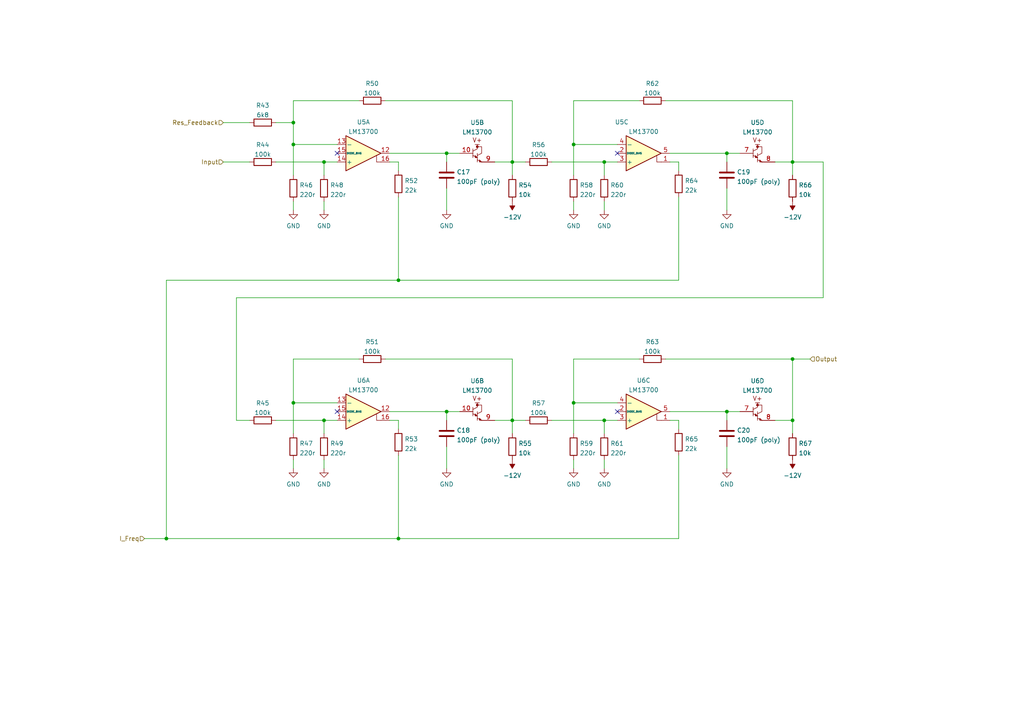
<source format=kicad_sch>
(kicad_sch (version 20211123) (generator eeschema)
  (paper "A4")
  (title_block (title "Magnum Percussion Instrument") (date "2022-06-15") (rev "r03") (comment 2 "creativecommons.org/licenses/by/4.0/") (comment 3 "License: CC BY 4.0") (comment 4 "Author: Guy John"))
  (lib_symbols
    (symbol "Amplifier_Operational:LM13700" (pin_names (offset 0.127))
      (property "Reference" "U" (at 3.81 5.08 0))
      (property "Value" "LM13700" (at 5.08 -5.08 0))
      (symbol "LM13700_1_1"
        (polyline (pts (xy 3.81 -0.635) (xy 3.81 -2.54) (xy 5.08 -2.54)))
        (polyline (pts (xy 5.08 0) (xy -5.08 -5.08) (xy -5.08 5.08) (xy 5.08 0)) (stroke (width 0.254)) (fill (type background)))
        (pin output line (at 7.62 0 180) (length 2.54) (name "~") (number "12"))
        (pin input line (at -7.62 2.54 0) (length 2.54) (name "-") (number "13"))
        (pin input line (at -7.62 -2.54 0) (length 2.54) (name "+") (number "14"))
        (pin input line (at -7.62 0 0) (length 2.54) (name "DIODE_BIAS") (number "15"))
        (pin input line (at 7.62 -2.54 180) (length 2.54) (name "~") (number "16"))
      )
      (symbol "LM13700_2_0"
        (polyline (pts (xy -1.905 2.54) (xy -3.175 2.54)))
      )
      (symbol "LM13700_2_1"
        (circle (center -2.54 1.905) (radius 0.254) (stroke (width 0.254)) (fill (type outline)))
        (polyline (pts (xy -3.81 -0.635) (xy -2.54 -1.27)))
        (polyline (pts (xy -3.81 1.27) (xy -3.81 -1.27)))
        (polyline (pts (xy -2.54 -1.905) (xy -1.27 -2.54)))
        (polyline (pts (xy -2.54 0) (xy -2.54 -2.54)))
        (polyline (pts (xy -3.81 0.635) (xy -2.54 1.27) (xy -2.54 1.905) (xy -2.54 2.54)))
        (polyline (pts (xy -2.54 -1.27) (xy -3.175 -0.635) (xy -3.175 -1.27) (xy -2.54 -1.27)) (fill (type outline)))
        (polyline (pts (xy -2.54 -0.635) (xy -1.27 0) (xy -1.27 1.905) (xy -2.54 1.905)))
        (polyline (pts (xy -1.27 -2.54) (xy -1.905 -1.905) (xy -1.905 -2.54) (xy -1.27 -2.54)) (fill (type outline)))
        (text "V+" (at -2.54 3.81 0) (effects (font (size 1.27 1.27))))
        (pin input line (at -7.62 0 0) (length 3.81) (name "~") (number "10"))
        (pin output line (at 2.54 -2.54 180) (length 3.81) (name "~") (number "9"))
      )
      (symbol "LM13700_3_1"
        (polyline (pts (xy 3.81 -0.635) (xy 3.81 -2.54) (xy 5.08 -2.54)))
        (polyline (pts (xy 5.08 0) (xy -5.08 -5.08) (xy -5.08 5.08) (xy 5.08 0)) (stroke (width 0.254)) (fill (type background)))
        (pin input line (at 7.62 -2.54 180) (length 2.54) (name "~") (number "1"))
        (pin input line (at -7.62 0 0) (length 2.54) (name "DIODE_BIAS") (number "2"))
        (pin input line (at -7.62 -2.54 0) (length 2.54) (name "+") (number "3"))
        (pin input line (at -7.62 2.54 0) (length 2.54) (name "-") (number "4"))
        (pin output line (at 7.62 0 180) (length 2.54) (name "~") (number "5"))
      )
      (symbol "LM13700_4_0"
        (polyline (pts (xy -3.175 2.54) (xy -1.905 2.54)))
        (text "V+" (at -2.54 3.81 0) (effects (font (size 1.27 1.27))))
      )
      (symbol "LM13700_4_1"
        (circle (center -2.54 1.905) (radius 0.254) (stroke (width 0.254)) (fill (type outline)))
        (polyline (pts (xy -3.81 -0.635) (xy -2.54 -1.27)))
        (polyline (pts (xy -3.81 1.27) (xy -3.81 -1.27)))
        (polyline (pts (xy -2.54 -1.905) (xy -1.27 -2.54)))
        (polyline (pts (xy -2.54 0) (xy -2.54 -2.54)))
        (polyline (pts (xy -3.81 0.635) (xy -2.54 1.27) (xy -2.54 2.54)))
        (polyline (pts (xy -2.54 -1.27) (xy -3.175 -0.635) (xy -3.175 -1.27) (xy -2.54 -1.27)) (fill (type outline)))
        (polyline (pts (xy -2.54 -0.635) (xy -1.27 0) (xy -1.27 1.905) (xy -2.54 1.905)))
        (polyline (pts (xy -1.27 -2.54) (xy -1.905 -1.905) (xy -1.905 -2.54) (xy -1.27 -2.54)) (fill (type outline)))
        (pin input line (at -7.62 0 0) (length 3.81) (name "~") (number "7"))
        (pin output line (at 2.54 -2.54 180) (length 3.81) (name "~") (number "8"))
      )
      (symbol "LM13700_5_1"
        (pin power_in line (at -2.54 7.62 270) (length 3.81) (name "V+") (number "11"))
        (pin power_in line (at -2.54 -7.62 90) (length 3.81) (name "V-") (number "6"))
      )
    )
    (symbol "Device:C" (pin_numbers hide) (pin_names (offset 0.254))
      (property "Reference" "C" (at 0.635 2.54 0))
      (property "Value" "C" (at 0.635 -2.54 0))
      (symbol "C_0_1"
        (polyline (pts (xy -2.032 -0.762) (xy 2.032 -0.762)) (stroke (width 0.508)))
        (polyline (pts (xy -2.032 0.762) (xy 2.032 0.762)) (stroke (width 0.508)))
      )
      (symbol "C_1_1"
        (pin passive line (at 0 3.81 270) (length 2.794) (name "~") (number "1"))
        (pin passive line (at 0 -3.81 90) (length 2.794) (name "~") (number "2"))
      )
    )
    (symbol "Device:R" (pin_numbers hide) (pin_names (offset 0))
      (property "Reference" "R" (at 2.032 0 90))
      (property "Value" "R" (at 0 0 90))
      (symbol "R_0_1"
        (rectangle (start -1.016 -2.54) (end 1.016 2.54) (stroke (width 0.254)))
      )
      (symbol "R_1_1"
        (pin passive line (at 0 3.81 270) (length 1.27) (name "~") (number "1"))
        (pin passive line (at 0 -3.81 90) (length 1.27) (name "~") (number "2"))
      )
    )
    (symbol "power:-12V" (power) (pin_names (offset 0))
      (property "Value" "-12V" (at 0 3.81 0))
      (symbol "-12V_0_0"
        (pin power_in line (at 0 0 90) (length 0) hide (name "-12V") (number "1"))
      )
      (symbol "-12V_0_1"
        (polyline (pts (xy 0 0) (xy 0 1.27) (xy 0.762 1.27) (xy 0 2.54) (xy -0.762 1.27) (xy 0 1.27)) (fill (type outline)))
      )
    )
    (symbol "power:GND" (power) (pin_names (offset 0))
      (property "Value" "GND" (at 0 -3.81 0))
      (symbol "GND_0_1"
        (polyline (pts (xy 0 0) (xy 0 -1.27) (xy 1.27 -1.27) (xy 0 -2.54) (xy -1.27 -1.27) (xy 0 -1.27)))
      )
      (symbol "GND_1_1"
        (pin power_in line (at 0 0 270) (length 0) hide (name "GND") (number "1"))
      )
    )
  )
  (junction (at 93.98 121.92))
  (junction (at 148.59 46.99))
  (junction (at 85.09 35.56))
  (junction (at 166.37 41.91))
  (junction (at 85.09 116.84))
  (junction (at 229.87 121.92))
  (junction (at 129.54 119.38))
  (junction (at 175.26 121.92))
  (junction (at 48.26 156.21))
  (junction (at 175.26 46.99))
  (junction (at 115.57 81.28))
  (junction (at 166.37 116.84))
  (junction (at 210.82 119.38))
  (junction (at 115.57 156.21))
  (junction (at 129.54 44.45))
  (junction (at 229.87 46.99))
  (junction (at 229.87 104.14))
  (junction (at 85.09 41.91))
  (junction (at 148.59 121.92))
  (junction (at 93.98 46.99))
  (junction (at 210.82 44.45))
  (no_connect (at 179.07 119.38))
  (no_connect (at 97.79 119.38))
  (no_connect (at 179.07 44.45))
  (no_connect (at 97.79 44.45))
  (wire (pts (xy 115.57 46.99) (xy 115.57 49.53)))
  (wire (pts (xy 115.57 132.08) (xy 115.57 156.21)))
  (wire (pts (xy 210.82 44.45) (xy 210.82 46.99)))
  (wire (pts (xy 166.37 29.21) (xy 185.42 29.21)))
  (wire (pts (xy 175.26 121.92) (xy 175.26 125.73)))
  (wire (pts (xy 196.85 121.92) (xy 196.85 124.46)))
  (wire (pts (xy 129.54 119.38) (xy 133.35 119.38)))
  (wire (pts (xy 196.85 46.99) (xy 196.85 49.53)))
  (wire (pts (xy 229.87 46.99) (xy 238.76 46.99)))
  (wire (pts (xy 143.51 46.99) (xy 148.59 46.99)))
  (wire (pts (xy 166.37 133.35) (xy 166.37 135.89)))
  (wire (pts (xy 175.26 133.35) (xy 175.26 135.89)))
  (wire (pts (xy 148.59 46.99) (xy 148.59 50.8)))
  (wire (pts (xy 93.98 121.92) (xy 93.98 125.73)))
  (wire (pts (xy 196.85 132.08) (xy 196.85 156.21)))
  (wire (pts (xy 175.26 46.99) (xy 175.26 50.8)))
  (wire (pts (xy 194.31 44.45) (xy 210.82 44.45)))
  (wire (pts (xy 113.03 121.92) (xy 115.57 121.92)))
  (wire (pts (xy 148.59 29.21) (xy 148.59 46.99)))
  (wire (pts (xy 85.09 125.73) (xy 85.09 116.84)))
  (wire (pts (xy 210.82 44.45) (xy 214.63 44.45)))
  (wire (pts (xy 193.04 104.14) (xy 229.87 104.14)))
  (wire (pts (xy 93.98 133.35) (xy 93.98 135.89)))
  (wire (pts (xy 238.76 46.99) (xy 238.76 86.36)))
  (wire (pts (xy 166.37 41.91) (xy 166.37 29.21)))
  (wire (pts (xy 179.07 46.99) (xy 175.26 46.99)))
  (wire (pts (xy 93.98 58.42) (xy 93.98 60.96)))
  (wire (pts (xy 194.31 121.92) (xy 196.85 121.92)))
  (wire (pts (xy 113.03 119.38) (xy 129.54 119.38)))
  (wire (pts (xy 175.26 58.42) (xy 175.26 60.96)))
  (wire (pts (xy 129.54 44.45) (xy 129.54 46.99)))
  (wire (pts (xy 143.51 121.92) (xy 148.59 121.92)))
  (wire (pts (xy 85.09 58.42) (xy 85.09 60.96)))
  (wire (pts (xy 85.09 116.84) (xy 97.79 116.84)))
  (wire (pts (xy 229.87 29.21) (xy 229.87 46.99)))
  (wire (pts (xy 64.77 46.99) (xy 72.39 46.99)))
  (wire (pts (xy 85.09 133.35) (xy 85.09 135.89)))
  (wire (pts (xy 166.37 116.84) (xy 166.37 104.14)))
  (wire (pts (xy 48.26 81.28) (xy 115.57 81.28)))
  (wire (pts (xy 210.82 129.54) (xy 210.82 135.89)))
  (wire (pts (xy 80.01 121.92) (xy 93.98 121.92)))
  (wire (pts (xy 166.37 116.84) (xy 179.07 116.84)))
  (wire (pts (xy 129.54 44.45) (xy 133.35 44.45)))
  (wire (pts (xy 194.31 46.99) (xy 196.85 46.99)))
  (wire (pts (xy 48.26 156.21) (xy 115.57 156.21)))
  (wire (pts (xy 229.87 104.14) (xy 229.87 121.92)))
  (wire (pts (xy 85.09 29.21) (xy 104.14 29.21)))
  (wire (pts (xy 196.85 57.15) (xy 196.85 81.28)))
  (wire (pts (xy 97.79 121.92) (xy 93.98 121.92)))
  (wire (pts (xy 85.09 41.91) (xy 97.79 41.91)))
  (wire (pts (xy 129.54 54.61) (xy 129.54 60.96)))
  (wire (pts (xy 166.37 125.73) (xy 166.37 116.84)))
  (wire (pts (xy 148.59 121.92) (xy 152.4 121.92)))
  (wire (pts (xy 210.82 119.38) (xy 214.63 119.38)))
  (wire (pts (xy 129.54 129.54) (xy 129.54 135.89)))
  (wire (pts (xy 85.09 104.14) (xy 104.14 104.14)))
  (wire (pts (xy 85.09 29.21) (xy 85.09 35.56)))
  (wire (pts (xy 179.07 121.92) (xy 175.26 121.92)))
  (wire (pts (xy 115.57 57.15) (xy 115.57 81.28)))
  (wire (pts (xy 68.58 86.36) (xy 68.58 121.92)))
  (wire (pts (xy 229.87 121.92) (xy 229.87 125.73)))
  (wire (pts (xy 111.76 29.21) (xy 148.59 29.21)))
  (wire (pts (xy 160.02 121.92) (xy 175.26 121.92)))
  (wire (pts (xy 68.58 121.92) (xy 72.39 121.92)))
  (wire (pts (xy 148.59 104.14) (xy 148.59 121.92)))
  (wire (pts (xy 111.76 104.14) (xy 148.59 104.14)))
  (wire (pts (xy 48.26 81.28) (xy 48.26 156.21)))
  (wire (pts (xy 80.01 46.99) (xy 93.98 46.99)))
  (wire (pts (xy 160.02 46.99) (xy 175.26 46.99)))
  (wire (pts (xy 93.98 46.99) (xy 93.98 50.8)))
  (wire (pts (xy 148.59 121.92) (xy 148.59 125.73)))
  (wire (pts (xy 210.82 54.61) (xy 210.82 60.96)))
  (wire (pts (xy 166.37 41.91) (xy 179.07 41.91)))
  (wire (pts (xy 193.04 29.21) (xy 229.87 29.21)))
  (wire (pts (xy 194.31 119.38) (xy 210.82 119.38)))
  (wire (pts (xy 113.03 44.45) (xy 129.54 44.45)))
  (wire (pts (xy 48.26 156.21) (xy 41.91 156.21)))
  (wire (pts (xy 148.59 46.99) (xy 152.4 46.99)))
  (wire (pts (xy 229.87 46.99) (xy 229.87 50.8)))
  (wire (pts (xy 115.57 81.28) (xy 196.85 81.28)))
  (wire (pts (xy 113.03 46.99) (xy 115.57 46.99)))
  (wire (pts (xy 238.76 86.36) (xy 68.58 86.36)))
  (wire (pts (xy 166.37 104.14) (xy 185.42 104.14)))
  (wire (pts (xy 85.09 41.91) (xy 85.09 50.8)))
  (wire (pts (xy 166.37 50.8) (xy 166.37 41.91)))
  (wire (pts (xy 224.79 121.92) (xy 229.87 121.92)))
  (wire (pts (xy 80.01 35.56) (xy 85.09 35.56)))
  (wire (pts (xy 115.57 156.21) (xy 196.85 156.21)))
  (wire (pts (xy 85.09 35.56) (xy 85.09 41.91)))
  (wire (pts (xy 210.82 119.38) (xy 210.82 121.92)))
  (wire (pts (xy 129.54 119.38) (xy 129.54 121.92)))
  (wire (pts (xy 97.79 46.99) (xy 93.98 46.99)))
  (wire (pts (xy 166.37 58.42) (xy 166.37 60.96)))
  (wire (pts (xy 115.57 121.92) (xy 115.57 124.46)))
  (wire (pts (xy 229.87 104.14) (xy 234.95 104.14)))
  (wire (pts (xy 64.77 35.56) (xy 72.39 35.56)))
  (wire (pts (xy 85.09 116.84) (xy 85.09 104.14)))
  (wire (pts (xy 224.79 46.99) (xy 229.87 46.99)))
  (hierarchical_label "Output" (shape input) (at 234.95 104.14 0))
  (hierarchical_label "I_Freq" (shape input) (at 41.91 156.21 180))
  (hierarchical_label "Res_Feedback" (shape input) (at 64.77 35.56 180))
  (hierarchical_label "Input" (shape input) (at 64.77 46.99 180))
  (symbol (lib_id "Device:R") (at 189.23 29.21 90) (unit 1)
    (property "Reference" "R62" (at 189.23 24.2275 90))
    (property "Value" "100k" (at 189.23 27.0026 90))
    (property "Footprint" "rumblesan-standard-parts:R_Axial_DIN0207_L6.3mm_D2.5mm_P10.16mm_Horizontal" (effects hide))
  )
  (symbol (lib_id "Amplifier_Operational:LM13700") (at 222.25 119.38 0) (unit 4)
    (property "Reference" "U6" (at 219.71 110.4699 0))
    (property "Value" "LM13700" (at 219.71 113.245 0))
    (property "Footprint" "rumblesan-standard-parts:DIP-16_W7.62mm_Socket" (effects hide))
    (property "Datasheet" "http://www.ti.com/lit/ds/symlink/lm13700.pdf" (effects hide))
  )
  (symbol (lib_id "Device:R") (at 115.57 128.27 0) (unit 1)
    (property "Reference" "R53" (at 117.348 127.3615 0) (effects (justify left)))
    (property "Value" "22k" (at 117.348 130.1366 0) (effects (justify left)))
    (property "Footprint" "rumblesan-standard-parts:R_Axial_DIN0207_L6.3mm_D2.5mm_P10.16mm_Horizontal" (effects hide))
  )
  (symbol (lib_id "Device:R") (at 148.59 129.54 0) (unit 1)
    (property "Reference" "R55" (at 150.368 128.6315 0) (effects (justify left)))
    (property "Value" "10k" (at 150.368 131.4066 0) (effects (justify left)))
    (property "Footprint" "rumblesan-standard-parts:R_Axial_DIN0207_L6.3mm_D2.5mm_P10.16mm_Horizontal" (effects hide))
  )
  (symbol (lib_id "power:GND") (at 129.54 135.89 0) (unit 1)
    (property "Reference" "#PWR073" (effects hide))
    (property "Value" "GND" (at 129.54 140.4525 0))
  )
  (symbol (lib_id "Device:R") (at 76.2 121.92 90) (unit 1)
    (property "Reference" "R45" (at 76.2 116.9375 90))
    (property "Value" "100k" (at 76.2 119.7126 90))
    (property "Footprint" "rumblesan-standard-parts:R_Axial_DIN0207_L6.3mm_D2.5mm_P10.16mm_Horizontal" (effects hide))
  )
  (symbol (lib_id "power:-12V") (at 148.59 133.35 180) (unit 1)
    (property "Reference" "#PWR075" (effects hide))
    (property "Value" "-12V" (at 148.59 137.9125 0))
  )
  (symbol (lib_id "Device:R") (at 115.57 53.34 0) (unit 1)
    (property "Reference" "R52" (at 117.348 52.4315 0) (effects (justify left)))
    (property "Value" "22k" (at 117.348 55.2066 0) (effects (justify left)))
    (property "Footprint" "rumblesan-standard-parts:R_Axial_DIN0207_L6.3mm_D2.5mm_P10.16mm_Horizontal" (effects hide))
  )
  (symbol (lib_id "power:GND") (at 210.82 135.89 0) (unit 1)
    (property "Reference" "#PWR081" (effects hide))
    (property "Value" "GND" (at 210.82 140.4525 0))
  )
  (symbol (lib_id "power:GND") (at 129.54 60.96 0) (unit 1)
    (property "Reference" "#PWR072" (effects hide))
    (property "Value" "GND" (at 129.54 65.5225 0))
  )
  (symbol (lib_id "power:GND") (at 85.09 135.89 0) (unit 1)
    (property "Reference" "#PWR069" (effects hide))
    (property "Value" "GND" (at 85.09 140.4525 0))
  )
  (symbol (lib_id "power:-12V") (at 148.59 58.42 180) (unit 1)
    (property "Reference" "#PWR074" (effects hide))
    (property "Value" "-12V" (at 148.59 62.9825 0))
  )
  (symbol (lib_id "Device:R") (at 156.21 46.99 90) (unit 1)
    (property "Reference" "R56" (at 156.21 42.0075 90))
    (property "Value" "100k" (at 156.21 44.7826 90))
    (property "Footprint" "rumblesan-standard-parts:R_Axial_DIN0207_L6.3mm_D2.5mm_P10.16mm_Horizontal" (effects hide))
  )
  (symbol (lib_id "power:GND") (at 166.37 135.89 0) (unit 1)
    (property "Reference" "#PWR077" (effects hide))
    (property "Value" "GND" (at 166.37 140.4525 0))
  )
  (symbol (lib_id "Device:R") (at 85.09 54.61 0) (unit 1)
    (property "Reference" "R46" (at 86.868 53.7015 0) (effects (justify left)))
    (property "Value" "220r" (at 86.868 56.4766 0) (effects (justify left)))
    (property "Footprint" "rumblesan-standard-parts:R_Axial_DIN0207_L6.3mm_D2.5mm_P10.16mm_Horizontal" (effects hide))
  )
  (symbol (lib_id "Device:R") (at 93.98 54.61 0) (unit 1)
    (property "Reference" "R48" (at 95.758 53.7015 0) (effects (justify left)))
    (property "Value" "220r" (at 95.758 56.4766 0) (effects (justify left)))
    (property "Footprint" "rumblesan-standard-parts:R_Axial_DIN0207_L6.3mm_D2.5mm_P10.16mm_Horizontal" (effects hide))
  )
  (symbol (lib_id "Device:R") (at 76.2 35.56 90) (unit 1)
    (property "Reference" "R43" (at 76.2 30.5775 90))
    (property "Value" "6k8" (at 76.2 33.3526 90))
    (property "Footprint" "rumblesan-standard-parts:R_Axial_DIN0207_L6.3mm_D2.5mm_P10.16mm_Horizontal" (effects hide))
  )
  (symbol (lib_id "Device:R") (at 107.95 104.14 90) (unit 1)
    (property "Reference" "R51" (at 107.95 99.1575 90))
    (property "Value" "100k" (at 107.95 101.9326 90))
    (property "Footprint" "rumblesan-standard-parts:R_Axial_DIN0207_L6.3mm_D2.5mm_P10.16mm_Horizontal" (effects hide))
  )
  (symbol (lib_id "Device:R") (at 156.21 121.92 90) (unit 1)
    (property "Reference" "R57" (at 156.21 116.9375 90))
    (property "Value" "100k" (at 156.21 119.7126 90))
    (property "Footprint" "rumblesan-standard-parts:R_Axial_DIN0207_L6.3mm_D2.5mm_P10.16mm_Horizontal" (effects hide))
  )
  (symbol (lib_id "power:GND") (at 93.98 60.96 0) (unit 1)
    (property "Reference" "#PWR070" (effects hide))
    (property "Value" "GND" (at 93.98 65.5225 0))
  )
  (symbol (lib_id "Device:R") (at 229.87 129.54 0) (unit 1)
    (property "Reference" "R67" (at 231.648 128.6315 0) (effects (justify left)))
    (property "Value" "10k" (at 231.648 131.4066 0) (effects (justify left)))
    (property "Footprint" "rumblesan-standard-parts:R_Axial_DIN0207_L6.3mm_D2.5mm_P10.16mm_Horizontal" (effects hide))
  )
  (symbol (lib_id "Device:R") (at 229.87 54.61 0) (unit 1)
    (property "Reference" "R66" (at 231.648 53.7015 0) (effects (justify left)))
    (property "Value" "10k" (at 231.648 56.4766 0) (effects (justify left)))
    (property "Footprint" "rumblesan-standard-parts:R_Axial_DIN0207_L6.3mm_D2.5mm_P10.16mm_Horizontal" (effects hide))
  )
  (symbol (lib_id "Device:R") (at 189.23 104.14 90) (unit 1)
    (property "Reference" "R63" (at 189.23 99.1575 90))
    (property "Value" "100k" (at 189.23 101.9326 90))
    (property "Footprint" "rumblesan-standard-parts:R_Axial_DIN0207_L6.3mm_D2.5mm_P10.16mm_Horizontal" (effects hide))
  )
  (symbol (lib_id "Amplifier_Operational:LM13700") (at 186.69 119.38 0) (unit 3)
    (property "Reference" "U6" (at 186.69 110.3335 0))
    (property "Value" "LM13700" (at 186.69 113.1086 0))
    (property "Footprint" "rumblesan-standard-parts:DIP-16_W7.62mm_Socket" (effects hide))
    (property "Datasheet" "http://www.ti.com/lit/ds/symlink/lm13700.pdf" (effects hide))
  )
  (symbol (lib_id "Amplifier_Operational:LM13700") (at 105.41 119.38 0) (unit 1)
    (property "Reference" "U6" (at 105.41 110.3335 0))
    (property "Value" "LM13700" (at 105.41 113.1086 0))
    (property "Footprint" "rumblesan-standard-parts:DIP-16_W7.62mm_Socket" (effects hide))
    (property "Datasheet" "http://www.ti.com/lit/ds/symlink/lm13700.pdf" (effects hide))
  )
  (symbol (lib_id "Amplifier_Operational:LM13700") (at 140.97 119.38 0) (unit 2)
    (property "Reference" "U6" (at 138.43 110.4699 0))
    (property "Value" "LM13700" (at 138.43 113.245 0))
    (property "Footprint" "rumblesan-standard-parts:DIP-16_W7.62mm_Socket" (effects hide))
    (property "Datasheet" "http://www.ti.com/lit/ds/symlink/lm13700.pdf" (effects hide))
  )
  (symbol (lib_id "power:-12V") (at 229.87 58.42 180) (unit 1)
    (property "Reference" "#PWR082" (effects hide))
    (property "Value" "-12V" (at 229.87 62.9825 0))
  )
  (symbol (lib_id "Device:R") (at 166.37 129.54 0) (unit 1)
    (property "Reference" "R59" (at 168.148 128.6315 0) (effects (justify left)))
    (property "Value" "220r" (at 168.148 131.4066 0) (effects (justify left)))
    (property "Footprint" "rumblesan-standard-parts:R_Axial_DIN0207_L6.3mm_D2.5mm_P10.16mm_Horizontal" (effects hide))
  )
  (symbol (lib_id "Device:C") (at 210.82 125.73 180) (unit 1)
    (property "Reference" "C20" (at 213.741 124.8215 0) (effects (justify right)))
    (property "Value" "100pF (poly)" (at 213.741 127.5966 0) (effects (justify right)))
    (property "Footprint" "rumblesan-standard-parts:C_Rect_L7.0mm_W3.5mm_P5.00mm" (effects hide))
  )
  (symbol (lib_id "Device:R") (at 175.26 54.61 0) (unit 1)
    (property "Reference" "R60" (at 177.038 53.7015 0) (effects (justify left)))
    (property "Value" "220r" (at 177.038 56.4766 0) (effects (justify left)))
    (property "Footprint" "rumblesan-standard-parts:R_Axial_DIN0207_L6.3mm_D2.5mm_P10.16mm_Horizontal" (effects hide))
  )
  (symbol (lib_id "Device:R") (at 107.95 29.21 90) (unit 1)
    (property "Reference" "R50" (at 107.95 24.2275 90))
    (property "Value" "100k" (at 107.95 27.0026 90))
    (property "Footprint" "rumblesan-standard-parts:R_Axial_DIN0207_L6.3mm_D2.5mm_P10.16mm_Horizontal" (effects hide))
  )
  (symbol (lib_id "power:GND") (at 175.26 60.96 0) (unit 1)
    (property "Reference" "#PWR078" (effects hide))
    (property "Value" "GND" (at 175.26 65.5225 0))
  )
  (symbol (lib_id "power:GND") (at 166.37 60.96 0) (unit 1)
    (property "Reference" "#PWR076" (effects hide))
    (property "Value" "GND" (at 166.37 65.5225 0))
  )
  (symbol (lib_id "power:GND") (at 85.09 60.96 0) (unit 1)
    (property "Reference" "#PWR068" (effects hide))
    (property "Value" "GND" (at 85.09 65.5225 0))
  )
  (symbol (lib_id "Device:R") (at 196.85 53.34 0) (unit 1)
    (property "Reference" "R64" (at 198.628 52.4315 0) (effects (justify left)))
    (property "Value" "22k" (at 198.628 55.2066 0) (effects (justify left)))
    (property "Footprint" "rumblesan-standard-parts:R_Axial_DIN0207_L6.3mm_D2.5mm_P10.16mm_Horizontal" (effects hide))
  )
  (symbol (lib_id "Device:R") (at 85.09 129.54 0) (unit 1)
    (property "Reference" "R47" (at 86.868 128.6315 0) (effects (justify left)))
    (property "Value" "220r" (at 86.868 131.4066 0) (effects (justify left)))
    (property "Footprint" "rumblesan-standard-parts:R_Axial_DIN0207_L6.3mm_D2.5mm_P10.16mm_Horizontal" (effects hide))
  )
  (symbol (lib_id "Device:C") (at 210.82 50.8 180) (unit 1)
    (property "Reference" "C19" (at 213.741 49.8915 0) (effects (justify right)))
    (property "Value" "100pF (poly)" (at 213.741 52.6666 0) (effects (justify right)))
    (property "Footprint" "rumblesan-standard-parts:C_Rect_L7.0mm_W3.5mm_P5.00mm" (effects hide))
  )
  (symbol (lib_id "Device:R") (at 76.2 46.99 90) (unit 1)
    (property "Reference" "R44" (at 76.2 42.0075 90))
    (property "Value" "100k" (at 76.2 44.7826 90))
    (property "Footprint" "rumblesan-standard-parts:R_Axial_DIN0207_L6.3mm_D2.5mm_P10.16mm_Horizontal" (effects hide))
  )
  (symbol (lib_id "Device:R") (at 166.37 54.61 0) (unit 1)
    (property "Reference" "R58" (at 168.148 53.7015 0) (effects (justify left)))
    (property "Value" "220r" (at 168.148 56.4766 0) (effects (justify left)))
    (property "Footprint" "rumblesan-standard-parts:R_Axial_DIN0207_L6.3mm_D2.5mm_P10.16mm_Horizontal" (effects hide))
  )
  (symbol (lib_id "Amplifier_Operational:LM13700") (at 140.97 44.45 0) (unit 2)
    (property "Reference" "U5" (at 138.43 35.5399 0))
    (property "Value" "LM13700" (at 138.43 38.315 0))
    (property "Footprint" "rumblesan-standard-parts:DIP-16_W7.62mm_Socket" (effects hide))
    (property "Datasheet" "http://www.ti.com/lit/ds/symlink/lm13700.pdf" (effects hide))
  )
  (symbol (lib_id "power:GND") (at 175.26 135.89 0) (unit 1)
    (property "Reference" "#PWR079" (effects hide))
    (property "Value" "GND" (at 175.26 140.4525 0))
  )
  (symbol (lib_id "power:-12V") (at 229.87 133.35 180) (unit 1)
    (property "Reference" "#PWR083" (effects hide))
    (property "Value" "-12V" (at 229.87 137.9125 0))
  )
  (symbol (lib_id "Device:C") (at 129.54 125.73 180) (unit 1)
    (property "Reference" "C18" (at 132.461 124.8215 0) (effects (justify right)))
    (property "Value" "100pF (poly)" (at 132.461 127.5966 0) (effects (justify right)))
    (property "Footprint" "rumblesan-standard-parts:C_Rect_L7.0mm_W3.5mm_P5.00mm" (effects hide))
  )
  (symbol (lib_id "power:GND") (at 93.98 135.89 0) (unit 1)
    (property "Reference" "#PWR071" (effects hide))
    (property "Value" "GND" (at 93.98 140.4525 0))
  )
  (symbol (lib_id "Amplifier_Operational:LM13700") (at 105.41 44.45 0) (unit 1)
    (property "Reference" "U5" (at 105.41 35.4035 0))
    (property "Value" "LM13700" (at 105.41 38.1786 0))
    (property "Footprint" "rumblesan-standard-parts:DIP-16_W7.62mm_Socket" (effects hide))
    (property "Datasheet" "http://www.ti.com/lit/ds/symlink/lm13700.pdf" (effects hide))
  )
  (symbol (lib_id "power:GND") (at 210.82 60.96 0) (unit 1)
    (property "Reference" "#PWR080" (effects hide))
    (property "Value" "GND" (at 210.82 65.5225 0))
  )
  (symbol (lib_id "Amplifier_Operational:LM13700") (at 186.69 44.45 0) (unit 3)
    (property "Reference" "U5" (at 180.34 35.4035 0))
    (property "Value" "LM13700" (at 186.69 38.1786 0))
    (property "Footprint" "rumblesan-standard-parts:DIP-16_W7.62mm_Socket" (effects hide))
    (property "Datasheet" "http://www.ti.com/lit/ds/symlink/lm13700.pdf" (effects hide))
  )
  (symbol (lib_id "Device:R") (at 196.85 128.27 0) (unit 1)
    (property "Reference" "R65" (at 198.628 127.3615 0) (effects (justify left)))
    (property "Value" "22k" (at 198.628 130.1366 0) (effects (justify left)))
    (property "Footprint" "rumblesan-standard-parts:R_Axial_DIN0207_L6.3mm_D2.5mm_P10.16mm_Horizontal" (effects hide))
  )
  (symbol (lib_id "Amplifier_Operational:LM13700") (at 222.25 44.45 0) (unit 4)
    (property "Reference" "U5" (at 219.71 35.5399 0))
    (property "Value" "LM13700" (at 219.71 38.315 0))
    (property "Footprint" "rumblesan-standard-parts:DIP-16_W7.62mm_Socket" (effects hide))
    (property "Datasheet" "http://www.ti.com/lit/ds/symlink/lm13700.pdf" (effects hide))
  )
  (symbol (lib_id "Device:R") (at 175.26 129.54 0) (unit 1)
    (property "Reference" "R61" (at 177.038 128.6315 0) (effects (justify left)))
    (property "Value" "220r" (at 177.038 131.4066 0) (effects (justify left)))
    (property "Footprint" "rumblesan-standard-parts:R_Axial_DIN0207_L6.3mm_D2.5mm_P10.16mm_Horizontal" (effects hide))
  )
  (symbol (lib_id "Device:C") (at 129.54 50.8 180) (unit 1)
    (property "Reference" "C17" (at 132.461 49.8915 0) (effects (justify right)))
    (property "Value" "100pF (poly)" (at 132.461 52.6666 0) (effects (justify right)))
    (property "Footprint" "rumblesan-standard-parts:C_Rect_L7.0mm_W3.5mm_P5.00mm" (effects hide))
  )
  (symbol (lib_id "Device:R") (at 93.98 129.54 0) (unit 1)
    (property "Reference" "R49" (at 95.758 128.6315 0) (effects (justify left)))
    (property "Value" "220r" (at 95.758 131.4066 0) (effects (justify left)))
    (property "Footprint" "rumblesan-standard-parts:R_Axial_DIN0207_L6.3mm_D2.5mm_P10.16mm_Horizontal" (effects hide))
  )
  (symbol (lib_id "Device:R") (at 148.59 54.61 0) (unit 1)
    (property "Reference" "R54" (at 150.368 53.7015 0) (effects (justify left)))
    (property "Value" "10k" (at 150.368 56.4766 0) (effects (justify left)))
    (property "Footprint" "rumblesan-standard-parts:R_Axial_DIN0207_L6.3mm_D2.5mm_P10.16mm_Horizontal" (effects hide))
  )
)
</source>
